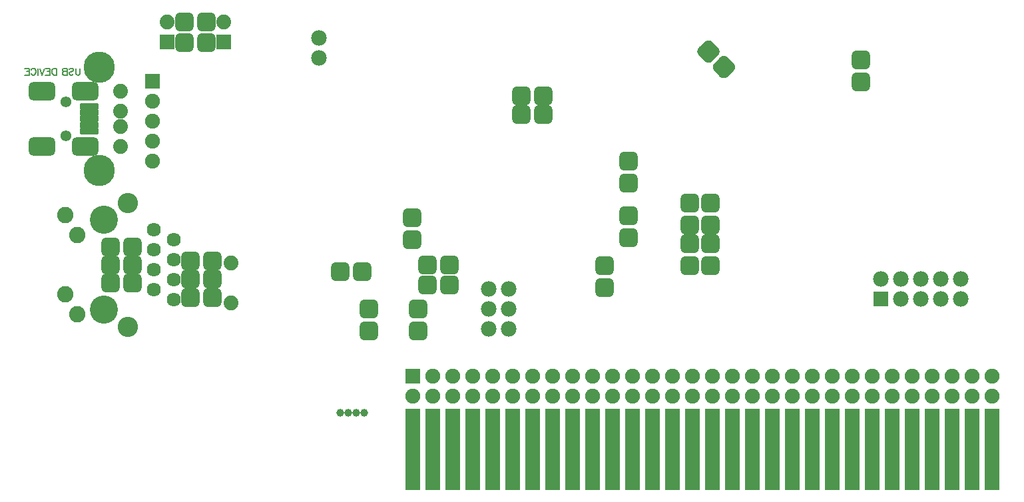
<source format=gbs>
G04*
G04  File:            ZXINET.GBS, Tue Jan 09 00:58:43 2018*
G04  Source:          P-CAD 2006 PCB, Version 19.02.958, (Z:\home\lvd\d\zxiznet\pcad\revC\zxinet.pcb)*
G04  Format:          Gerber Format (RS-274-D), ASCII*
G04*
G04  Format Options:  Absolute Positioning*
G04                   Leading-Zero Suppression*
G04                   Scale Factor 1:1*
G04                   NO Circular Interpolation*
G04                   Millimeter Units*
G04                   Numeric Format: 4.4 (XXXX.XXXX)*
G04                   G54 NOT Used for Aperture Change*
G04                   Apertures Embedded*
G04*
G04  File Options:    Offset = (0.000mm,0.000mm)*
G04                   Drill Symbol Size = 2.032mm*
G04                   No Pad/Via Holes*
G04*
G04  File Contents:   Pads*
G04                   No Vias*
G04                   No Designators*
G04                   No Types*
G04                   No Values*
G04                   No Drill Symbols*
G04                   Bot Mask*
G04*
%INZXINET.GBS*%
%ICAS*%
%MOMM*%
G04*
G04  Aperture MACROs for general use --- invoked via D-code assignment *
G04*
G04  General MACRO for flashed round with rotation and/or offset hole *
%AMROTOFFROUND*
1,1,$1,0.0000,0.0000*
1,0,$2,$3,$4*%
G04*
G04  General MACRO for flashed oval (obround) with rotation and/or offset hole *
%AMROTOFFOVAL*
21,1,$1,$2,0.0000,0.0000,$3*
1,1,$4,$5,$6*
1,1,$4,0-$5,0-$6*
1,0,$7,$8,$9*%
G04*
G04  General MACRO for flashed oval (obround) with rotation and no hole *
%AMROTOVALNOHOLE*
21,1,$1,$2,0.0000,0.0000,$3*
1,1,$4,$5,$6*
1,1,$4,0-$5,0-$6*%
G04*
G04  General MACRO for flashed rectangle with rotation and/or offset hole *
%AMROTOFFRECT*
21,1,$1,$2,0.0000,0.0000,$3*
1,0,$4,$5,$6*%
G04*
G04  General MACRO for flashed rectangle with rotation and no hole *
%AMROTRECTNOHOLE*
21,1,$1,$2,0.0000,0.0000,$3*%
G04*
G04  General MACRO for flashed rounded-rectangle *
%AMROUNDRECT*
21,1,$1,$2-$4,0.0000,0.0000,$3*
21,1,$1-$4,$2,0.0000,0.0000,$3*
1,1,$4,$5,$6*
1,1,$4,$7,$8*
1,1,$4,0-$5,0-$6*
1,1,$4,0-$7,0-$8*
1,0,$9,$10,$11*%
G04*
G04  General MACRO for flashed rounded-rectangle with rotation and no hole *
%AMROUNDRECTNOHOLE*
21,1,$1,$2-$4,0.0000,0.0000,$3*
21,1,$1-$4,$2,0.0000,0.0000,$3*
1,1,$4,$5,$6*
1,1,$4,$7,$8*
1,1,$4,0-$5,0-$6*
1,1,$4,0-$7,0-$8*%
G04*
G04  General MACRO for flashed regular polygon *
%AMREGPOLY*
5,1,$1,0.0000,0.0000,$2,$3+$4*
1,0,$5,$6,$7*%
G04*
G04  General MACRO for flashed regular polygon with no hole *
%AMREGPOLYNOHOLE*
5,1,$1,0.0000,0.0000,$2,$3+$4*%
G04*
G04  General MACRO for target *
%AMTARGET*
6,0,0,$1,$2,$3,4,$4,$5,$6*%
G04*
G04  General MACRO for mounting hole *
%AMMTHOLE*
1,1,$1,0,0*
1,0,$2,0,0*
$1=$1-$2*
$1=$1/2*
21,1,$2+$1,$3,0,0,$4*
21,1,$3,$2+$1,0,0,$4*%
G04*
G04*
G04  D10 : "Ellipse X0.254mm Y0.254mm H0.000mm 0.0deg (0.000mm,0.000mm) Draw"*
G04  Disc: OuterDia=0.2540*
%ADD10C, 0.2540*%
G04  D11 : "Ellipse X0.381mm Y0.381mm H0.000mm 0.0deg (0.000mm,0.000mm) Draw"*
G04  Disc: OuterDia=0.3810*
%ADD11C, 0.3810*%
G04  D12 : "Ellipse X0.500mm Y0.500mm H0.000mm 0.0deg (0.000mm,0.000mm) Draw"*
G04  Disc: OuterDia=0.5000*
%ADD12C, 0.5000*%
G04  D13 : "Ellipse X0.070mm Y0.070mm H0.000mm 0.0deg (0.000mm,0.000mm) Draw"*
G04  Disc: OuterDia=0.0700*
%ADD13C, 0.0700*%
G04  D14 : "Ellipse X0.600mm Y0.600mm H0.000mm 0.0deg (0.000mm,0.000mm) Draw"*
G04  Disc: OuterDia=0.6000*
%ADD14C, 0.6000*%
G04  D15 : "Ellipse X0.700mm Y0.700mm H0.000mm 0.0deg (0.000mm,0.000mm) Draw"*
G04  Disc: OuterDia=0.7000*
%ADD15C, 0.7000*%
G04  D16 : "Ellipse X0.100mm Y0.100mm H0.000mm 0.0deg (0.000mm,0.000mm) Draw"*
G04  Disc: OuterDia=0.1000*
%ADD16C, 0.1000*%
G04  D17 : "Ellipse X1.000mm Y1.000mm H0.000mm 0.0deg (0.000mm,0.000mm) Draw"*
G04  Disc: OuterDia=1.0000*
%ADD17C, 1.0000*%
G04  D18 : "Ellipse X0.127mm Y0.127mm H0.000mm 0.0deg (0.000mm,0.000mm) Draw"*
G04  Disc: OuterDia=0.1270*
%ADD18C, 0.1270*%
G04  D19 : "Ellipse X0.150mm Y0.150mm H0.000mm 0.0deg (0.000mm,0.000mm) Draw"*
G04  Disc: OuterDia=0.1500*
%ADD19C, 0.1500*%
G04  D20 : "Ellipse X0.200mm Y0.200mm H0.000mm 0.0deg (0.000mm,0.000mm) Draw"*
G04  Disc: OuterDia=0.2000*
%ADD20C, 0.2000*%
G04  D21 : "Ellipse X0.250mm Y0.250mm H0.000mm 0.0deg (0.000mm,0.000mm) Draw"*
G04  Disc: OuterDia=0.2500*
%ADD21C, 0.2500*%
G04  D22 : "Ellipse X0.250mm Y0.250mm H0.000mm 0.0deg (0.000mm,0.000mm) Draw"*
G04  Disc: OuterDia=0.2500*
%ADD22C, 0.2500*%
G04  D23 : "Ellipse X2.581mm Y2.581mm H0.000mm 0.0deg (0.000mm,0.000mm) Flash"*
G04  Disc: OuterDia=2.5810*
%ADD23C, 2.5810*%
G04  D24 : "Ellipse X3.581mm Y3.581mm H0.000mm 0.0deg (0.000mm,0.000mm) Flash"*
G04  Disc: OuterDia=3.5810*
%ADD24C, 3.5810*%
G04  D25 : "Ellipse X3.600mm Y3.600mm H0.000mm 0.0deg (0.000mm,0.000mm) Flash"*
G04  Disc: OuterDia=3.6000*
%ADD25C, 3.6000*%
G04  D26 : "Ellipse X3.981mm Y3.981mm H0.000mm 0.0deg (0.000mm,0.000mm) Flash"*
G04  Disc: OuterDia=3.9810*
%ADD26C, 3.9810*%
G04  D27 : "Ellipse X0.981mm Y0.981mm H0.000mm 0.0deg (0.000mm,0.000mm) Flash"*
G04  Disc: OuterDia=0.9810*
%ADD27C, 0.9810*%
G04  D28 : "Ellipse X1.381mm Y1.381mm H0.000mm 0.0deg (0.000mm,0.000mm) Flash"*
G04  Disc: OuterDia=1.3810*
%ADD28C, 1.3810*%
G04  D29 : "Ellipse X1.400mm Y1.400mm H0.000mm 0.0deg (0.000mm,0.000mm) Flash"*
G04  Disc: OuterDia=1.4000*
%ADD29C, 1.4000*%
G04  D30 : "Ellipse X1.500mm Y1.500mm H0.000mm 0.0deg (0.000mm,0.000mm) Flash"*
G04  Disc: OuterDia=1.5000*
%ADD30C, 1.5000*%
G04  D31 : "Ellipse X1.524mm Y1.524mm H0.000mm 0.0deg (0.000mm,0.000mm) Flash"*
G04  Disc: OuterDia=1.5240*
%ADD31C, 1.5240*%
G04  D32 : "Ellipse X1.600mm Y1.600mm H0.000mm 0.0deg (0.000mm,0.000mm) Flash"*
G04  Disc: OuterDia=1.6000*
%ADD32C, 1.6000*%
G04  D33 : "Ellipse X1.700mm Y1.700mm H0.000mm 0.0deg (0.000mm,0.000mm) Flash"*
G04  Disc: OuterDia=1.7000*
%ADD33C, 1.7000*%
G04  D34 : "Ellipse X1.781mm Y1.781mm H0.000mm 0.0deg (0.000mm,0.000mm) Flash"*
G04  Disc: OuterDia=1.7810*
%ADD34C, 1.7810*%
G04  D35 : "Ellipse X1.881mm Y1.881mm H0.000mm 0.0deg (0.000mm,0.000mm) Flash"*
G04  Disc: OuterDia=1.8810*
%ADD35C, 1.8810*%
G04  D36 : "Ellipse X1.905mm Y1.905mm H0.000mm 0.0deg (0.000mm,0.000mm) Flash"*
G04  Disc: OuterDia=1.9050*
%ADD36C, 1.9050*%
G04  D37 : "Ellipse X1.981mm Y1.981mm H0.000mm 0.0deg (0.000mm,0.000mm) Flash"*
G04  Disc: OuterDia=1.9810*
%ADD37C, 1.9810*%
G04  D38 : "Ellipse X2.081mm Y2.081mm H0.000mm 0.0deg (0.000mm,0.000mm) Flash"*
G04  Disc: OuterDia=2.0810*
%ADD38C, 2.0810*%
G04  D39 : "Ellipse X2.200mm Y2.200mm H0.000mm 0.0deg (0.000mm,0.000mm) Flash"*
G04  Disc: OuterDia=2.2000*
%ADD39C, 2.2000*%
G04  D40 : "Mounting Hole X3.200mm Y3.200mm H0.000mm 0.0deg (0.000mm,0.000mm) Flash"*
G04  Mounting Hole: Diameter=3.2000, Rotation=0.0, LineWidth=0.1270 *
%ADD40MTHOLE, 3.2000 X2.6920 X0.1270 X0.0*%
G04  D41 : "Mounting Hole X0.600mm Y0.600mm H0.000mm 0.0deg (0.000mm,0.000mm) Flash"*
G04  Mounting Hole: Diameter=0.6000, Rotation=0.0, LineWidth=0.1270 *
%ADD41MTHOLE, 0.6000 X0.0920 X0.1270 X0.0*%
G04  D42 : "Mounting Hole X1.000mm Y1.000mm H0.000mm 0.0deg (0.000mm,0.000mm) Flash"*
G04  Mounting Hole: Diameter=1.0000, Rotation=0.0, LineWidth=0.1270 *
%ADD42MTHOLE, 1.0000 X0.4920 X0.1270 X0.0*%
G04  D43 : "Rounded Rectangle X2.581mm Y2.381mm H0.000mm 0.0deg (0.000mm,0.000mm) Flash"*
G04  RoundRct: DimX=2.5810, DimY=2.3810, CornerRad=0.5953, Rotation=0.0, OffsetX=0.0000, OffsetY=0.0000, HoleDia=0.0000 *
%ADD43ROUNDRECTNOHOLE, 2.5810 X2.3810 X0.0 X1.1905 X-0.6953 X-0.5953 X-0.6953 X0.5953*%
G04  D44 : "Rounded Rectangle X2.881mm Y2.881mm H0.000mm 0.0deg (0.000mm,0.000mm) Flash"*
G04  RoundRct: DimX=2.8810, DimY=2.8810, CornerRad=0.7203, Rotation=0.0, OffsetX=0.0000, OffsetY=0.0000, HoleDia=0.0000 *
%ADD44ROUNDRECTNOHOLE, 2.8810 X2.8810 X0.0 X1.4405 X-0.7203 X-0.7203 X-0.7203 X0.7203*%
G04  D45 : "Rounded Rectangle X3.000mm Y1.600mm H0.000mm 0.0deg (0.000mm,0.000mm) Flash"*
G04  RoundRct: DimX=3.0000, DimY=1.6000, CornerRad=0.4000, Rotation=0.0, OffsetX=0.0000, OffsetY=0.0000, HoleDia=0.0000 *
%ADD45ROUNDRECTNOHOLE, 3.0000 X1.6000 X0.0 X0.8000 X-1.1000 X-0.4000 X-1.1000 X0.4000*%
G04  D46 : "Rounded Rectangle X2.000mm Y3.000mm H0.000mm 0.0deg (0.000mm,0.000mm) Flash"*
G04  RoundRct: DimX=2.0000, DimY=3.0000, CornerRad=0.5000, Rotation=0.0, OffsetX=0.0000, OffsetY=0.0000, HoleDia=0.0000 *
%ADD46ROUNDRECTNOHOLE, 2.0000 X3.0000 X0.0 X1.0000 X-0.5000 X-1.0000 X-0.5000 X1.0000*%
G04  D47 : "Rounded Rectangle X3.381mm Y1.981mm H0.000mm 0.0deg (0.000mm,0.000mm) Flash"*
G04  RoundRct: DimX=3.3810, DimY=1.9810, CornerRad=0.4953, Rotation=0.0, OffsetX=0.0000, OffsetY=0.0000, HoleDia=0.0000 *
%ADD47ROUNDRECTNOHOLE, 3.3810 X1.9810 X0.0 X0.9905 X-1.1953 X-0.4953 X-1.1953 X0.4953*%
G04  D48 : "Rounded Rectangle X2.381mm Y3.381mm H0.000mm 0.0deg (0.000mm,0.000mm) Flash"*
G04  RoundRct: DimX=2.3810, DimY=3.3810, CornerRad=0.5953, Rotation=0.0, OffsetX=0.0000, OffsetY=0.0000, HoleDia=0.0000 *
%ADD48ROUNDRECTNOHOLE, 2.3810 X3.3810 X0.0 X1.1905 X-0.5953 X-1.0953 X-0.5953 X1.0953*%
G04  D49 : "Rounded Rectangle X2.000mm Y0.500mm H0.000mm 0.0deg (0.000mm,0.000mm) Flash"*
G04  RoundRct: DimX=2.0000, DimY=0.5000, CornerRad=0.1250, Rotation=0.0, OffsetX=0.0000, OffsetY=0.0000, HoleDia=0.0000 *
%ADD49ROUNDRECTNOHOLE, 2.0000 X0.5000 X0.0 X0.2500 X-0.8750 X-0.1250 X-0.8750 X0.1250*%
G04  D50 : "Rounded Rectangle X6.200mm Y5.800mm H0.000mm 0.0deg (0.000mm,0.000mm) Flash"*
G04  RoundRct: DimX=6.2000, DimY=5.8000, CornerRad=1.4500, Rotation=0.0, OffsetX=0.0000, OffsetY=0.0000, HoleDia=0.0000 *
%ADD50ROUNDRECTNOHOLE, 6.2000 X5.8000 X0.0 X2.9000 X-1.6500 X-1.4500 X-1.6500 X1.4500*%
G04  D51 : "Rounded Rectangle X6.581mm Y6.181mm H0.000mm 0.0deg (0.000mm,0.000mm) Flash"*
G04  RoundRct: DimX=6.5810, DimY=6.1810, CornerRad=1.5453, Rotation=0.0, OffsetX=0.0000, OffsetY=0.0000, HoleDia=0.0000 *
%ADD51ROUNDRECTNOHOLE, 6.5810 X6.1810 X0.0 X3.0905 X-1.7453 X-1.5453 X-1.7453 X1.5453*%
G04  D52 : "Rounded Rectangle X1.300mm Y0.700mm H0.000mm 0.0deg (0.000mm,0.000mm) Flash"*
G04  RoundRct: DimX=1.3000, DimY=0.7000, CornerRad=0.1750, Rotation=0.0, OffsetX=0.0000, OffsetY=0.0000, HoleDia=0.0000 *
%ADD52ROUNDRECTNOHOLE, 1.3000 X0.7000 X0.0 X0.3500 X-0.4750 X-0.1750 X-0.4750 X0.1750*%
G04  D53 : "Rounded Rectangle X2.381mm Y0.881mm H0.000mm 0.0deg (0.000mm,0.000mm) Flash"*
G04  RoundRct: DimX=2.3810, DimY=0.8810, CornerRad=0.2203, Rotation=0.0, OffsetX=0.0000, OffsetY=0.0000, HoleDia=0.0000 *
%ADD53ROUNDRECTNOHOLE, 2.3810 X0.8810 X0.0 X0.4405 X-0.9703 X-0.2203 X-0.9703 X0.2203*%
G04  D54 : "Rounded Rectangle X1.681mm Y1.081mm H0.000mm 0.0deg (0.000mm,0.000mm) Flash"*
G04  RoundRct: DimX=1.6810, DimY=1.0810, CornerRad=0.2703, Rotation=0.0, OffsetX=0.0000, OffsetY=0.0000, HoleDia=0.0000 *
%ADD54ROUNDRECTNOHOLE, 1.6810 X1.0810 X0.0 X0.5405 X-0.5702 X-0.2703 X-0.5702 X0.2703*%
G04  D55 : "Rounded Rectangle X1.500mm Y2.000mm H0.000mm 0.0deg (0.000mm,0.000mm) Flash"*
G04  RoundRct: DimX=1.5000, DimY=2.0000, CornerRad=0.3750, Rotation=0.0, OffsetX=0.0000, OffsetY=0.0000, HoleDia=0.0000 *
%ADD55ROUNDRECTNOHOLE, 1.5000 X2.0000 X0.0 X0.7500 X-0.3750 X-0.6250 X-0.3750 X0.6250*%
G04  D56 : "Rounded Rectangle X2.000mm Y1.500mm H0.000mm 0.0deg (0.000mm,0.000mm) Flash"*
G04  RoundRct: DimX=2.0000, DimY=1.5000, CornerRad=0.3750, Rotation=0.0, OffsetX=0.0000, OffsetY=0.0000, HoleDia=0.0000 *
%ADD56ROUNDRECTNOHOLE, 2.0000 X1.5000 X0.0 X0.7500 X-0.6250 X-0.3750 X-0.6250 X0.3750*%
G04  D57 : "Rounded Rectangle X1.600mm Y0.300mm H0.000mm 0.0deg (0.000mm,0.000mm) Flash"*
G04  RoundRct: DimX=1.6000, DimY=0.3000, CornerRad=0.0750, Rotation=0.0, OffsetX=0.0000, OffsetY=0.0000, HoleDia=0.0000 *
%ADD57ROUNDRECTNOHOLE, 1.6000 X0.3000 X0.0 X0.1500 X-0.7250 X-0.0750 X-0.7250 X0.0750*%
G04  D58 : "Rounded Rectangle X0.300mm Y1.600mm H0.000mm 0.0deg (0.000mm,0.000mm) Flash"*
G04  RoundRct: DimX=0.3000, DimY=1.6000, CornerRad=0.0750, Rotation=0.0, OffsetX=0.0000, OffsetY=0.0000, HoleDia=0.0000 *
%ADD58ROUNDRECTNOHOLE, 0.3000 X1.6000 X0.0 X0.1500 X-0.0750 X-0.7250 X-0.0750 X0.7250*%
G04  D59 : "Rounded Rectangle X3.000mm Y1.700mm H0.000mm 0.0deg (0.000mm,0.000mm) Flash"*
G04  RoundRct: DimX=3.0000, DimY=1.7000, CornerRad=0.4250, Rotation=0.0, OffsetX=0.0000, OffsetY=0.0000, HoleDia=0.0000 *
%ADD59ROUNDRECTNOHOLE, 3.0000 X1.7000 X0.0 X0.8500 X-1.0750 X-0.4250 X-1.0750 X0.4250*%
G04  D60 : "Rounded Rectangle X1.881mm Y2.381mm H0.000mm 0.0deg (0.000mm,0.000mm) Flash"*
G04  RoundRct: DimX=1.8810, DimY=2.3810, CornerRad=0.4703, Rotation=0.0, OffsetX=0.0000, OffsetY=0.0000, HoleDia=0.0000 *
%ADD60ROUNDRECTNOHOLE, 1.8810 X2.3810 X0.0 X0.9405 X-0.4703 X-0.7203 X-0.4703 X0.7203*%
G04  D61 : "Rounded Rectangle X2.381mm Y1.881mm H0.000mm 0.0deg (0.000mm,0.000mm) Flash"*
G04  RoundRct: DimX=2.3810, DimY=1.8810, CornerRad=0.4703, Rotation=0.0, OffsetX=0.0000, OffsetY=0.0000, HoleDia=0.0000 *
%ADD61ROUNDRECTNOHOLE, 2.3810 X1.8810 X0.0 X0.9405 X-0.7203 X-0.4703 X-0.7203 X0.4703*%
G04  D62 : "Rounded Rectangle X1.981mm Y0.681mm H0.000mm 0.0deg (0.000mm,0.000mm) Flash"*
G04  RoundRct: DimX=1.9810, DimY=0.6810, CornerRad=0.1703, Rotation=0.0, OffsetX=0.0000, OffsetY=0.0000, HoleDia=0.0000 *
%ADD62ROUNDRECTNOHOLE, 1.9810 X0.6810 X0.0 X0.3405 X-0.8203 X-0.1703 X-0.8203 X0.1703*%
G04  D63 : "Rounded Rectangle X0.681mm Y1.981mm H0.000mm 0.0deg (0.000mm,0.000mm) Flash"*
G04  RoundRct: DimX=0.6810, DimY=1.9810, CornerRad=0.1703, Rotation=0.0, OffsetX=0.0000, OffsetY=0.0000, HoleDia=0.0000 *
%ADD63ROUNDRECTNOHOLE, 0.6810 X1.9810 X0.0 X0.3405 X-0.1703 X-0.8203 X-0.1703 X0.8203*%
G04  D64 : "Rounded Rectangle X3.000mm Y2.000mm H0.000mm 0.0deg (0.000mm,0.000mm) Flash"*
G04  RoundRct: DimX=3.0000, DimY=2.0000, CornerRad=0.5000, Rotation=0.0, OffsetX=0.0000, OffsetY=0.0000, HoleDia=0.0000 *
%ADD64ROUNDRECTNOHOLE, 3.0000 X2.0000 X0.0 X1.0000 X-1.0000 X-0.5000 X-1.0000 X0.5000*%
G04  D65 : "Rounded Rectangle X2.000mm Y0.650mm H0.000mm 0.0deg (0.000mm,0.000mm) Flash"*
G04  RoundRct: DimX=2.0000, DimY=0.6500, CornerRad=0.1625, Rotation=0.0, OffsetX=0.0000, OffsetY=0.0000, HoleDia=0.0000 *
%ADD65ROUNDRECTNOHOLE, 2.0000 X0.6500 X0.0 X0.3250 X-0.8375 X-0.1625 X-0.8375 X0.1625*%
G04  D66 : "Rounded Rectangle X2.000mm Y2.000mm H0.000mm 0.0deg (0.000mm,0.000mm) Flash"*
G04  RoundRct: DimX=2.0000, DimY=2.0000, CornerRad=0.5000, Rotation=0.0, OffsetX=0.0000, OffsetY=0.0000, HoleDia=0.0000 *
%ADD66ROUNDRECTNOHOLE, 2.0000 X2.0000 X0.0 X1.0000 X-0.5000 X-0.5000 X-0.5000 X0.5000*%
G04  D67 : "Rounded Rectangle X3.381mm Y2.081mm H0.000mm 0.0deg (0.000mm,0.000mm) Flash"*
G04  RoundRct: DimX=3.3810, DimY=2.0810, CornerRad=0.5202, Rotation=0.0, OffsetX=0.0000, OffsetY=0.0000, HoleDia=0.0000 *
%ADD67ROUNDRECTNOHOLE, 3.3810 X2.0810 X0.0 X1.0405 X-1.1703 X-0.5202 X-1.1703 X0.5202*%
G04  D68 : "Rounded Rectangle X2.200mm Y2.000mm H0.000mm 0.0deg (0.000mm,0.000mm) Flash"*
G04  RoundRct: DimX=2.2000, DimY=2.0000, CornerRad=0.5000, Rotation=0.0, OffsetX=0.0000, OffsetY=0.0000, HoleDia=0.0000 *
%ADD68ROUNDRECTNOHOLE, 2.2000 X2.0000 X0.0 X1.0000 X-0.6000 X-0.5000 X-0.6000 X0.5000*%
G04  D69 : "Rounded Rectangle X3.381mm Y2.381mm H0.000mm 0.0deg (0.000mm,0.000mm) Flash"*
G04  RoundRct: DimX=3.3810, DimY=2.3810, CornerRad=0.5953, Rotation=0.0, OffsetX=0.0000, OffsetY=0.0000, HoleDia=0.0000 *
%ADD69ROUNDRECTNOHOLE, 3.3810 X2.3810 X0.0 X1.1905 X-1.0953 X-0.5953 X-1.0953 X0.5953*%
G04  D70 : "Rounded Rectangle X2.381mm Y1.031mm H0.000mm 0.0deg (0.000mm,0.000mm) Flash"*
G04  RoundRct: DimX=2.3810, DimY=1.0310, CornerRad=0.2578, Rotation=0.0, OffsetX=0.0000, OffsetY=0.0000, HoleDia=0.0000 *
%ADD70ROUNDRECTNOHOLE, 2.3810 X1.0310 X0.0 X0.5155 X-0.9328 X-0.2578 X-0.9328 X0.2578*%
G04  D71 : "Rounded Rectangle X2.381mm Y2.381mm H0.000mm 0.0deg (0.000mm,0.000mm) Flash"*
G04  RoundRct: DimX=2.3810, DimY=2.3810, CornerRad=0.5953, Rotation=0.0, OffsetX=0.0000, OffsetY=0.0000, HoleDia=0.0000 *
%ADD71ROUNDRECTNOHOLE, 2.3810 X2.3810 X0.0 X1.1905 X-0.5953 X-0.5953 X-0.5953 X0.5953*%
G04  D72 : "Rounded Rectangle X2.500mm Y2.500mm H0.000mm 0.0deg (0.000mm,0.000mm) Flash"*
G04  RoundRct: DimX=2.5000, DimY=2.5000, CornerRad=0.6250, Rotation=0.0, OffsetX=0.0000, OffsetY=0.0000, HoleDia=0.0000 *
%ADD72ROUNDRECTNOHOLE, 2.5000 X2.5000 X0.0 X1.2500 X-0.6250 X-0.6250 X-0.6250 X0.6250*%
G04  D73 : "Rectangle X1.500mm Y10.000mm H0.000mm 0.0deg (0.000mm,0.000mm) Flash"*
G04  Rectangular: DimX=1.5000, DimY=10.0000, Rotation=0.0, OffsetX=0.0000, OffsetY=0.0000, HoleDia=0.0000 *
%ADD73R, 1.5000 X10.0000*%
G04  D74 : "Rectangle X1.500mm Y1.500mm H0.000mm 0.0deg (0.000mm,0.000mm) Flash"*
G04  Square: Side=1.5000, Rotation=0.0, OffsetX=0.0000, OffsetY=0.0000, HoleDia=0.0000*
%ADD74R, 1.5000 X1.5000*%
G04  D75 : "Rectangle X1.524mm Y1.524mm H0.000mm 0.0deg (0.000mm,0.000mm) Flash"*
G04  Square: Side=1.5240, Rotation=0.0, OffsetX=0.0000, OffsetY=0.0000, HoleDia=0.0000*
%ADD75R, 1.5240 X1.5240*%
G04  D76 : "Rectangle X1.600mm Y0.300mm H0.000mm 0.0deg (0.000mm,0.000mm) Flash"*
G04  Rectangular: DimX=1.6000, DimY=0.3000, Rotation=0.0, OffsetX=0.0000, OffsetY=0.0000, HoleDia=0.0000 *
%ADD76R, 1.6000 X0.3000*%
G04  D77 : "Rectangle X0.300mm Y1.600mm H0.000mm 0.0deg (0.000mm,0.000mm) Flash"*
G04  Rectangular: DimX=0.3000, DimY=1.6000, Rotation=0.0, OffsetX=0.0000, OffsetY=0.0000, HoleDia=0.0000 *
%ADD77R, 0.3000 X1.6000*%
G04  D78 : "Rectangle X1.600mm Y1.600mm H0.000mm 0.0deg (0.000mm,0.000mm) Flash"*
G04  Square: Side=1.6000, Rotation=0.0, OffsetX=0.0000, OffsetY=0.0000, HoleDia=0.0000*
%ADD78R, 1.6000 X1.6000*%
G04  D79 : "Rectangle X1.881mm Y10.381mm H0.000mm 0.0deg (0.000mm,0.000mm) Flash"*
G04  Rectangular: DimX=1.8810, DimY=10.3810, Rotation=0.0, OffsetX=0.0000, OffsetY=0.0000, HoleDia=0.0000 *
%ADD79R, 1.8810 X10.3810*%
G04  D80 : "Rectangle X1.881mm Y1.881mm H0.000mm 0.0deg (0.000mm,0.000mm) Flash"*
G04  Square: Side=1.8810, Rotation=0.0, OffsetX=0.0000, OffsetY=0.0000, HoleDia=0.0000*
%ADD80R, 1.8810 X1.8810*%
G04  D81 : "Rectangle X1.905mm Y1.905mm H0.000mm 0.0deg (0.000mm,0.000mm) Flash"*
G04  Square: Side=1.9050, Rotation=0.0, OffsetX=0.0000, OffsetY=0.0000, HoleDia=0.0000*
%ADD81R, 1.9050 X1.9050*%
G04  D82 : "Rectangle X1.981mm Y0.681mm H0.000mm 0.0deg (0.000mm,0.000mm) Flash"*
G04  Rectangular: DimX=1.9810, DimY=0.6810, Rotation=0.0, OffsetX=0.0000, OffsetY=0.0000, HoleDia=0.0000 *
%ADD82R, 1.9810 X0.6810*%
G04  D83 : "Rectangle X0.681mm Y1.981mm H0.000mm 0.0deg (0.000mm,0.000mm) Flash"*
G04  Rectangular: DimX=0.6810, DimY=1.9810, Rotation=0.0, OffsetX=0.0000, OffsetY=0.0000, HoleDia=0.0000 *
%ADD83R, 0.6810 X1.9810*%
G04  D84 : "Rectangle X1.981mm Y1.981mm H0.000mm 0.0deg (0.000mm,0.000mm) Flash"*
G04  Square: Side=1.9810, Rotation=0.0, OffsetX=0.0000, OffsetY=0.0000, HoleDia=0.0000*
%ADD84R, 1.9810 X1.9810*%
G04  D85 : "Ellipse X5.500mm Y5.500mm H0.000mm 0.0deg (0.000mm,0.000mm) Flash"*
G04  Disc: OuterDia=5.5000*
%ADD85C, 5.5000*%
G04  D86 : "Ellipse X5.881mm Y5.881mm H0.000mm 0.0deg (0.000mm,0.000mm) Flash"*
G04  Disc: OuterDia=5.8810*
%ADD86C, 5.8810*%
G04  D87 : "Ellipse X1.000mm Y1.000mm H0.000mm 0.0deg (0.000mm,0.000mm) Flash"*
G04  Disc: OuterDia=1.0000*
%ADD87C, 1.0000*%
G04*
%FSLAX44Y44*%
%SFA1B1*%
%OFA0.000B0.000*%
G04*
G71*
G90*
G01*
D2*
%LNBot Mask*%
D18*
X235403Y4468173*
Y4462187D1*
X235004Y4460990*
X234206Y4460192*
X233009Y4459793*
X232211*
X231014Y4460192*
X230215Y4460990*
X229816Y4462187*
Y4468173*
X221436Y4466976D2*
X222234Y4467774D1*
X223431Y4468173*
X225028*
X226225Y4467774*
X227023Y4466976*
Y4466178*
X226624Y4465380*
X226225Y4464981*
X225427Y4464582*
X223032Y4463784*
X222234Y4463385*
X221835Y4462986*
X221436Y4462187*
Y4460990*
X222234Y4460192*
X223431Y4459793*
X225028*
X226225Y4460192*
X227023Y4460990*
X218643Y4468173D2*
Y4459793D1*
X215051*
X213854Y4460192*
X213455Y4460591*
X213056Y4461389*
Y4462586*
X213455Y4463385*
X213854Y4463784*
X215051Y4464183*
X213854Y4464582*
X213455Y4464981*
X213056Y4465779*
Y4466577*
X213455Y4467375*
X213854Y4467774*
X215051Y4468173*
X218643*
Y4464183D2*
X215051D1*
X205074Y4468173D2*
Y4459793D1*
X202281*
X201084Y4460192*
X200285Y4460990*
X199886Y4461788*
X199487Y4462986*
Y4464981*
X199886Y4466178*
X200285Y4466976*
X201084Y4467774*
X202281Y4468173*
X205074*
X191506D2*
X196694D1*
Y4459793*
X191506*
X196694Y4464183D2*
X193501D1*
X190309Y4468173D2*
X187116Y4459793D1*
X183924Y4468173*
X181928D2*
Y4459793D1*
X173149Y4466178D2*
X173548Y4466976D1*
X174346Y4467774*
X175144Y4468173*
X176740*
X177539Y4467774*
X178337Y4466976*
X178736Y4466178*
X179135Y4464981*
Y4462986*
X178736Y4461788*
X178337Y4460990*
X177539Y4460192*
X176740Y4459793*
X175144*
X174346Y4460192*
X173548Y4460990*
X173149Y4461788*
X165168Y4468173D2*
X170355D1*
Y4459793*
X165168*
X170355Y4464183D2*
X167163D1*
D2*
D27*
X596500Y4030500D3*
X586500D3*
X576500D3*
X566500D3*
D71*
X594000Y4210000D3*
X566060D3*
X665000Y4162000D3*
Y4134060D3*
X796130Y4433170D3*
X824070D3*
X1011000Y4217000D3*
Y4244940D3*
X1037000Y4217000D3*
Y4244940D3*
D35*
X346000Y4527000D3*
D80*
Y4501600D3*
D35*
X427000Y4170200D3*
Y4221000D3*
X418000Y4527000D3*
D80*
Y4501600D3*
D71*
X658000Y4250000D3*
Y4277940D3*
X824130Y4409170D3*
X796190D3*
X933000Y4253000D3*
Y4280940D3*
Y4350000D3*
Y4322060D3*
X1011000Y4297000D3*
Y4269060D3*
X1037000Y4297000D3*
Y4269060D3*
X274000Y4241000D3*
X301940D3*
X274000Y4218000D3*
X301940D3*
X603000Y4162000D3*
Y4134060D3*
X404000Y4177000D3*
X376060D3*
X404000Y4223000D3*
X376060D3*
X396000Y4527000D3*
X368060D3*
D37*
X780100Y4162010D3*
X754700D3*
D71*
X677000Y4218000D3*
X704940D3*
X1228000Y4451000D3*
Y4478940D3*
X274000Y4195000D3*
X301940D3*
D35*
X287000Y4369000D3*
Y4439000D3*
Y4414000D3*
Y4394000D3*
D26*
X259900Y4338300D3*
Y4469700D3*
D28*
X217000Y4426000D3*
D69*
X187000Y4369000D3*
X242000D3*
X187000Y4439000D3*
X242000D3*
D53*
X247000Y4404000D3*
Y4412000D3*
Y4420000D3*
Y4396000D3*
Y4388000D3*
D28*
X217000Y4382000D3*
D71*
X404000Y4200000D3*
X376060D3*
X368000Y4501000D3*
X395940D3*
D37*
X539000Y4481300D3*
Y4506700D3*
X780100Y4136610D3*
X754700D3*
X780100Y4187410D3*
X754700D3*
D71*
X677000Y4193000D3*
X704940D3*
X902000Y4189000D3*
Y4216940D3*
D10*
X1030614Y4478380*
X1037385D1*
X1029362Y4479597D2*
X1038637D1*
X1028144Y4480815D2*
X1039855D1*
X1026927Y4482032D2*
X1041073D1*
X1025709Y4483250D2*
X1042290D1*
X1024491Y4484468D2*
X1043508D1*
X1023274Y4485685D2*
X1044725D1*
X1022164Y4486903D2*
X1045835D1*
X1021511Y4488120D2*
X1046488D1*
X1021208Y4489338D2*
X1046791D1*
X1021193Y4490556D2*
X1046806D1*
X1021473Y4491773D2*
X1046526D1*
X1022086Y4492991D2*
X1045913D1*
X1023168Y4494208D2*
X1044831D1*
X1024386Y4495426D2*
X1043613D1*
X1025604Y4496644D2*
X1042396D1*
X1026821Y4497861D2*
X1041178D1*
X1028039Y4499079D2*
X1039960D1*
X1029256Y4500296D2*
X1038743D1*
X1030498Y4501514D2*
X1037501D1*
X1032949Y4502732D2*
X1035050D1*
X1037760Y4478719D2*
X1037373Y4478369D1*
X1036954Y4478058*
X1036506Y4477790*
X1036034Y4477567*
X1035543Y4477391*
X1035037Y4477264*
X1034521Y4477188*
X1034000Y4477162*
X1033478Y4477188*
X1032962Y4477264*
X1032456Y4477391*
X1031965Y4477567*
X1031493Y4477790*
X1031045Y4478058*
X1030626Y4478369*
X1030240Y4478719*
X1022719Y4486240*
X1022369Y4486626*
X1022058Y4487045*
X1021790Y4487493*
X1021567Y4487965*
X1021391Y4488456*
X1021264Y4488962*
X1021188Y4489478*
X1021162Y4490000*
X1021188Y4490521*
X1021264Y4491037*
X1021391Y4491543*
X1021567Y4492034*
X1021790Y4492506*
X1022058Y4492954*
X1022369Y4493373*
X1022719Y4493760*
X1030240Y4501280*
X1030626Y4501630*
X1031045Y4501941*
X1031493Y4502209*
X1031965Y4502432*
X1032456Y4502608*
X1032962Y4502735*
X1033478Y4502812*
X1034000Y4502837*
X1034521Y4502812*
X1035037Y4502735*
X1035543Y4502608*
X1036034Y4502432*
X1036506Y4502209*
X1036954Y4501941*
X1037373Y4501630*
X1037760Y4501280*
X1045280Y4493760*
X1045630Y4493373*
X1045941Y4492954*
X1046209Y4492506*
X1046432Y4492034*
X1046608Y4491543*
X1046735Y4491037*
X1046812Y4490521*
X1046837Y4490000*
X1046812Y4489478*
X1046735Y4488962*
X1046608Y4488456*
X1046432Y4487965*
X1046209Y4487493*
X1045941Y4487045*
X1045630Y4486626*
X1045280Y4486240*
X1037760Y4478719*
X1050371Y4458623D2*
X1057141D1*
X1049118Y4459841D2*
X1058394D1*
X1047901Y4461058D2*
X1059612D1*
X1046683Y4462276D2*
X1060829D1*
X1045466Y4463493D2*
X1062047D1*
X1044248Y4464711D2*
X1063264D1*
X1043030Y4465929D2*
X1064482D1*
X1041920Y4467146D2*
X1065592D1*
X1041268Y4468364D2*
X1066245D1*
X1040965Y4469581D2*
X1066547D1*
X1040949Y4470799D2*
X1066563D1*
X1041230Y4472017D2*
X1066282D1*
X1041842Y4473234D2*
X1065670D1*
X1042925Y4474452D2*
X1064587D1*
X1044143Y4475669D2*
X1063370D1*
X1045360Y4476887D2*
X1062152D1*
X1046578Y4478105D2*
X1060935D1*
X1047795Y4479322D2*
X1059717D1*
X1049013Y4480540D2*
X1058499D1*
X1050255Y4481757D2*
X1057258D1*
X1052706Y4482975D2*
X1054806D1*
X1057516Y4458963D2*
X1057130Y4458612D1*
X1056710Y4458302*
X1056263Y4458033*
X1055791Y4457810*
X1055300Y4457634*
X1054794Y4457508*
X1054277Y4457431*
X1053756Y4457405*
X1053235Y4457431*
X1052719Y4457508*
X1052213Y4457634*
X1051721Y4457810*
X1051250Y4458033*
X1050802Y4458302*
X1050383Y4458612*
X1049996Y4458963*
X1042476Y4466483*
X1042126Y4466870*
X1041815Y4467289*
X1041546Y4467736*
X1041323Y4468208*
X1041148Y4468699*
X1041021Y4469206*
X1040944Y4469722*
X1040919Y4470243*
X1040944Y4470764*
X1041021Y4471280*
X1041148Y4471786*
X1041323Y4472278*
X1041546Y4472750*
X1041815Y4473197*
X1042126Y4473616*
X1042476Y4474003*
X1049996Y4481523*
X1050383Y4481874*
X1050802Y4482184*
X1051250Y4482453*
X1051721Y4482676*
X1052213Y4482852*
X1052719Y4482978*
X1053235Y4483055*
X1053756Y4483080*
X1054277Y4483055*
X1054794Y4482978*
X1055300Y4482852*
X1055791Y4482676*
X1056263Y4482453*
X1056710Y4482184*
X1057130Y4481874*
X1057516Y4481523*
X1065036Y4474003*
X1065387Y4473616*
X1065698Y4473197*
X1065966Y4472750*
X1066189Y4472278*
X1066365Y4471786*
X1066491Y4471280*
X1066568Y4470764*
X1066594Y4470243*
X1066568Y4469722*
X1066491Y4469206*
X1066365Y4468699*
X1066189Y4468208*
X1065966Y4467736*
X1065698Y4467289*
X1065387Y4466870*
X1065036Y4466483*
X1057516Y4458963*
D2*
D84*
X1254000Y4175000D3*
D37*
Y4200400D3*
X1355600D3*
Y4175000D3*
X1330200D3*
Y4200400D3*
X1304800Y4175000D3*
Y4200400D3*
X1279400Y4175000D3*
Y4200400D3*
D36*
X327000Y4426400D3*
Y4401000D3*
Y4350200D3*
Y4375600D3*
D81*
Y4451800D3*
D23*
X296000Y4139800D3*
D38*
X231700Y4155300D3*
D34*
X329000Y4237600D3*
Y4212200D3*
D23*
X296000Y4297300D3*
D38*
X216500Y4281800D3*
D34*
X354400Y4174100D3*
Y4199500D3*
Y4224900D3*
Y4250300D3*
X329000Y4263000D3*
Y4186800D3*
D38*
X231700Y4256400D3*
X216500Y4180700D3*
D24*
X265500Y4161400D3*
Y4275700D3*
D79*
X658530Y3983860D3*
X709330D3*
X734730D3*
X785530D3*
X810930D3*
X861730D3*
X887130D3*
X963330D3*
X937930D3*
X1014130D3*
X1039530D3*
X1090330D3*
X1115730D3*
X1191930D3*
X1166530D3*
X1242730D3*
X1268130D3*
X1318930D3*
X1344330D3*
X1395130D3*
X683930D3*
X760130D3*
X836330D3*
X912530D3*
X988730D3*
X1064930D3*
X1141130D3*
X1217330D3*
X1293530D3*
X1369730D3*
D36*
X683930Y4076570D3*
D81*
X658530D3*
D36*
X734730D3*
X760130D3*
X810930D3*
X836330D3*
X887130D3*
X912530D3*
X963330D3*
X988730D3*
X1039530D3*
X1064930D3*
X1115730D3*
X1141130D3*
X1191930D3*
X1217330D3*
X1268130D3*
X1293530D3*
X1344330D3*
X1369730D3*
X658530Y4051170D3*
X683930D3*
X734730D3*
X760130D3*
X810930D3*
X836330D3*
X887130D3*
X912530D3*
X963330D3*
X988730D3*
X1039530D3*
X1064930D3*
X1115730D3*
X1141130D3*
X1191930D3*
X1217330D3*
X1268130D3*
X1293530D3*
X1344330D3*
X1369730D3*
X709330Y4076570D3*
X785530D3*
X861730D3*
X937930D3*
X1014130D3*
X1090330D3*
X1166530D3*
X1242730D3*
X1318930D3*
X1395130D3*
X709330Y4051170D3*
X785530D3*
X861730D3*
X937930D3*
X1014130D3*
X1090330D3*
X1166530D3*
X1242730D3*
X1318930D3*
X1395130D3*
D02M02*

</source>
